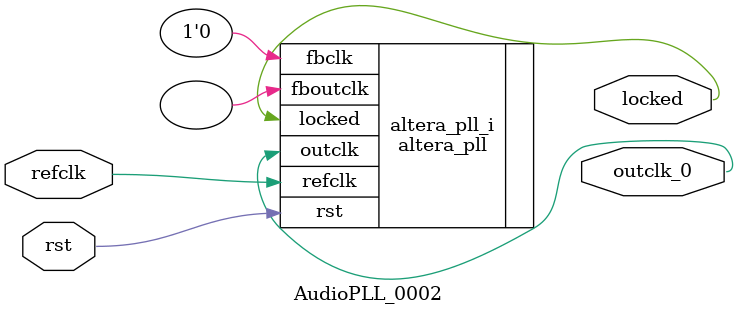
<source format=v>
`timescale 1ns/10ps
module  AudioPLL_0002(

	// interface 'refclk'
	input wire refclk,

	// interface 'reset'
	input wire rst,

	// interface 'outclk0'
	output wire outclk_0,

	// interface 'locked'
	output wire locked
);

	altera_pll #(
		.fractional_vco_multiplier("false"),
		.reference_clock_frequency("50.0 MHz"),
		.operation_mode("direct"),
		.number_of_clocks(1),
		.output_clock_frequency0("18.432203 MHz"),
		.phase_shift0("0 ps"),
		.duty_cycle0(50),
		.output_clock_frequency1("0 MHz"),
		.phase_shift1("0 ps"),
		.duty_cycle1(50),
		.output_clock_frequency2("0 MHz"),
		.phase_shift2("0 ps"),
		.duty_cycle2(50),
		.output_clock_frequency3("0 MHz"),
		.phase_shift3("0 ps"),
		.duty_cycle3(50),
		.output_clock_frequency4("0 MHz"),
		.phase_shift4("0 ps"),
		.duty_cycle4(50),
		.output_clock_frequency5("0 MHz"),
		.phase_shift5("0 ps"),
		.duty_cycle5(50),
		.output_clock_frequency6("0 MHz"),
		.phase_shift6("0 ps"),
		.duty_cycle6(50),
		.output_clock_frequency7("0 MHz"),
		.phase_shift7("0 ps"),
		.duty_cycle7(50),
		.output_clock_frequency8("0 MHz"),
		.phase_shift8("0 ps"),
		.duty_cycle8(50),
		.output_clock_frequency9("0 MHz"),
		.phase_shift9("0 ps"),
		.duty_cycle9(50),
		.output_clock_frequency10("0 MHz"),
		.phase_shift10("0 ps"),
		.duty_cycle10(50),
		.output_clock_frequency11("0 MHz"),
		.phase_shift11("0 ps"),
		.duty_cycle11(50),
		.output_clock_frequency12("0 MHz"),
		.phase_shift12("0 ps"),
		.duty_cycle12(50),
		.output_clock_frequency13("0 MHz"),
		.phase_shift13("0 ps"),
		.duty_cycle13(50),
		.output_clock_frequency14("0 MHz"),
		.phase_shift14("0 ps"),
		.duty_cycle14(50),
		.output_clock_frequency15("0 MHz"),
		.phase_shift15("0 ps"),
		.duty_cycle15(50),
		.output_clock_frequency16("0 MHz"),
		.phase_shift16("0 ps"),
		.duty_cycle16(50),
		.output_clock_frequency17("0 MHz"),
		.phase_shift17("0 ps"),
		.duty_cycle17(50),
		.pll_type("General"),
		.pll_subtype("General")
	) altera_pll_i (
		.rst	(rst),
		.outclk	({outclk_0}),
		.locked	(locked),
		.fboutclk	( ),
		.fbclk	(1'b0),
		.refclk	(refclk)
	);
endmodule


</source>
